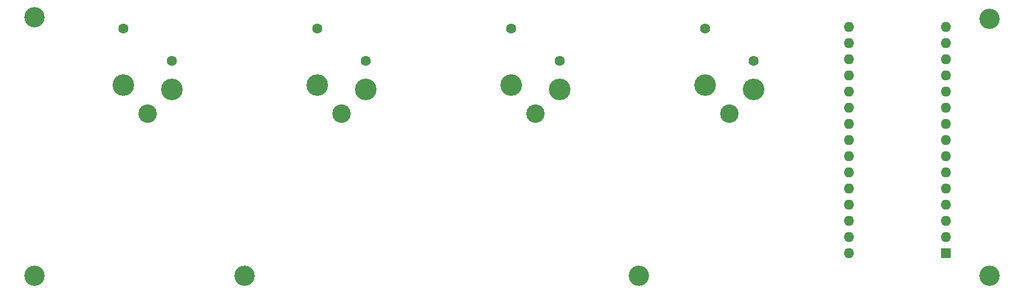
<source format=gbr>
%TF.GenerationSoftware,KiCad,Pcbnew,7.0.9*%
%TF.CreationDate,2023-12-01T11:37:00-08:00*%
%TF.ProjectId,gameshow_v4,67616d65-7368-46f7-975f-76342e6b6963,rev?*%
%TF.SameCoordinates,Original*%
%TF.FileFunction,Soldermask,Bot*%
%TF.FilePolarity,Negative*%
%FSLAX46Y46*%
G04 Gerber Fmt 4.6, Leading zero omitted, Abs format (unit mm)*
G04 Created by KiCad (PCBNEW 7.0.9) date 2023-12-01 11:37:00*
%MOMM*%
%LPD*%
G01*
G04 APERTURE LIST*
%ADD10C,3.200000*%
%ADD11R,1.600000X1.600000*%
%ADD12O,1.600000X1.600000*%
%ADD13C,1.600000*%
%ADD14C,3.400000*%
%ADD15C,2.900000*%
G04 APERTURE END LIST*
D10*
%TO.C,H4*%
X225044000Y-99822000D03*
%TD*%
D11*
%TO.C,A1*%
X218176000Y-96266000D03*
D12*
X218176000Y-93726000D03*
X218176000Y-91186000D03*
X218176000Y-88646000D03*
X218176000Y-86106000D03*
X218176000Y-83566000D03*
X218176000Y-81026000D03*
X218176000Y-78486000D03*
X218176000Y-75946000D03*
X218176000Y-73406000D03*
X218176000Y-70866000D03*
X218176000Y-68326000D03*
X218176000Y-65786000D03*
X218176000Y-63246000D03*
X218176000Y-60706000D03*
X202936000Y-60706000D03*
X202936000Y-63246000D03*
X202936000Y-65786000D03*
X202936000Y-68326000D03*
X202936000Y-70866000D03*
X202936000Y-73406000D03*
X202936000Y-75946000D03*
X202936000Y-78486000D03*
X202936000Y-81026000D03*
X202936000Y-83566000D03*
X202936000Y-86106000D03*
X202936000Y-88646000D03*
X202936000Y-91186000D03*
X202936000Y-93726000D03*
X202936000Y-96266000D03*
%TD*%
D13*
%TO.C,J3*%
X157480000Y-66040000D03*
X149860000Y-60960000D03*
D14*
X149860000Y-69850000D03*
X157480000Y-70485000D03*
D15*
X153670000Y-74300000D03*
%TD*%
D10*
%TO.C,H5*%
X107950000Y-99822000D03*
%TD*%
D13*
%TO.C,J1*%
X96520000Y-66040000D03*
X88900000Y-60960000D03*
D14*
X88900000Y-69850000D03*
X96520000Y-70485000D03*
D15*
X92710000Y-74300000D03*
%TD*%
D10*
%TO.C,H3*%
X74930000Y-99822000D03*
%TD*%
D13*
%TO.C,J4*%
X187960000Y-66040000D03*
X180340000Y-60960000D03*
D14*
X180340000Y-69850000D03*
X187960000Y-70485000D03*
D15*
X184150000Y-74300000D03*
%TD*%
D10*
%TO.C,H1*%
X74930000Y-59182000D03*
%TD*%
%TO.C,H2*%
X225044000Y-59436000D03*
%TD*%
D13*
%TO.C,J2*%
X127000000Y-66040000D03*
X119380000Y-60960000D03*
D14*
X119380000Y-69850000D03*
X127000000Y-70485000D03*
D15*
X123190000Y-74300000D03*
%TD*%
D10*
%TO.C,H6*%
X169910000Y-99822000D03*
%TD*%
M02*

</source>
